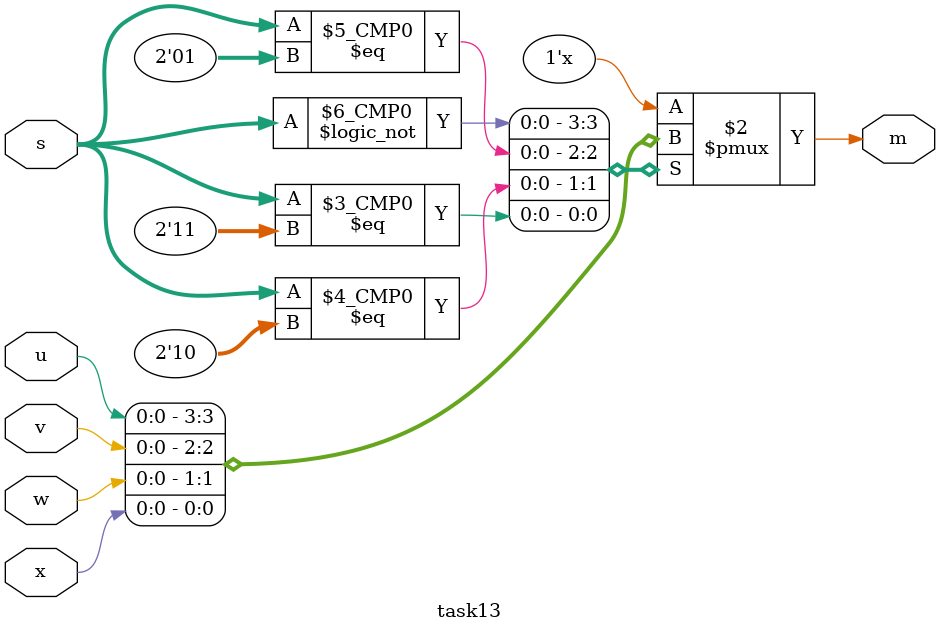
<source format=sv>
`timescale 1ns / 1ps


module task13 (
    input logic u, v, w, x,
    input logic [1:0] s,
    output logic m
);
    always_comb begin
        case (s)
            2'b00: m = u;
            2'b01: m = v;
            2'b10: m = w;
            2'b11: m = x;
        endcase
    end
endmodule

</source>
